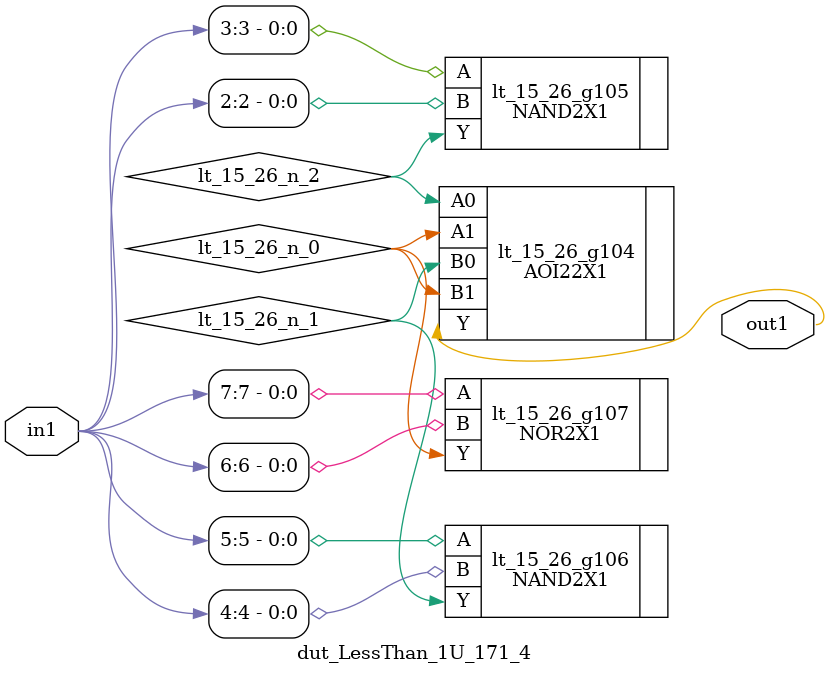
<source format=v>
`timescale 1ps / 1ps


module dut_LessThan_1U_171_4(in1, out1);
  input [7:0] in1;
  output out1;
  wire [7:0] in1;
  wire out1;
  wire lt_15_26_n_0, lt_15_26_n_1, lt_15_26_n_2;
  AOI22X1 lt_15_26_g104(.A0 (lt_15_26_n_2), .A1 (lt_15_26_n_0), .B0
       (lt_15_26_n_1), .B1 (lt_15_26_n_0), .Y (out1));
  NAND2X1 lt_15_26_g105(.A (in1[3]), .B (in1[2]), .Y (lt_15_26_n_2));
  NAND2X1 lt_15_26_g106(.A (in1[5]), .B (in1[4]), .Y (lt_15_26_n_1));
  NOR2X1 lt_15_26_g107(.A (in1[7]), .B (in1[6]), .Y (lt_15_26_n_0));
endmodule



</source>
